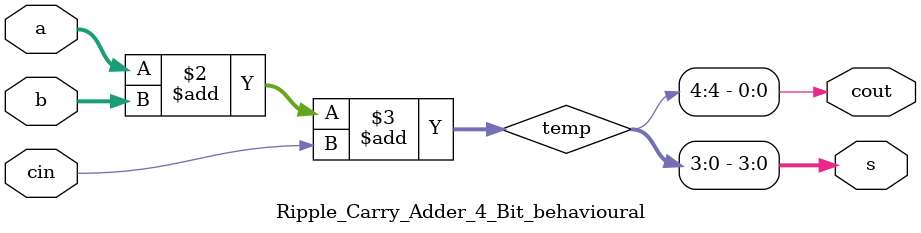
<source format=v>
module Ripple_Carry_Adder_4_Bit_behavioural(input [3:0] a,input [3:0] b,input cin, output reg [3:0] s,output reg cout);

reg [4:0] temp;

always @(*) begin
    temp=a+b+cin;
    s=temp[3:0];
    cout=temp[4];
end
 endmodule
</source>
